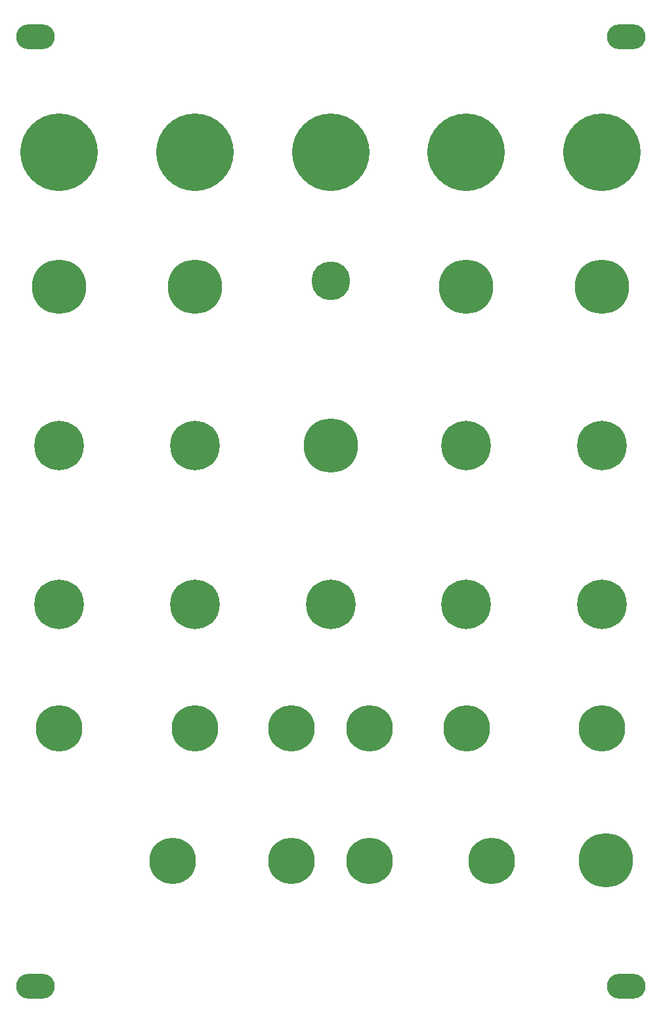
<source format=gbr>
%TF.GenerationSoftware,KiCad,Pcbnew,(6.0.8)*%
%TF.CreationDate,2022-10-20T14:54:25+01:00*%
%TF.ProjectId,Punck_Panel,50756e63-6b5f-4506-916e-656c2e6b6963,rev?*%
%TF.SameCoordinates,Original*%
%TF.FileFunction,Soldermask,Bot*%
%TF.FilePolarity,Negative*%
%FSLAX46Y46*%
G04 Gerber Fmt 4.6, Leading zero omitted, Abs format (unit mm)*
G04 Created by KiCad (PCBNEW (6.0.8)) date 2022-10-20 14:54:25*
%MOMM*%
%LPD*%
G01*
G04 APERTURE LIST*
%ADD10C,6.000000*%
%ADD11C,10.000000*%
%ADD12C,7.000000*%
%ADD13C,5.000000*%
%ADD14O,5.000000X3.200000*%
%ADD15C,6.400000*%
G04 APERTURE END LIST*
D10*
%TO.C,Ref\u002A\u002A*%
X133204665Y-132968800D03*
%TD*%
%TO.C,Ref\u002A\u002A*%
X80600000Y-133000000D03*
%TD*%
D11*
%TO.C,Ref\u002A\u002A*%
X133100000Y-58600000D03*
%TD*%
D12*
%TO.C,Ref\u002A\u002A*%
X133100000Y-76000000D03*
%TD*%
D10*
%TO.C,Ref\u002A\u002A*%
X110600000Y-133000000D03*
%TD*%
D13*
%TO.C,Ref\u002A\u002A*%
X115600000Y-75200000D03*
%TD*%
D14*
%TO.C,Ref\u002A\u002A*%
X77500000Y-43750000D03*
%TD*%
D15*
%TO.C,Ref\u002A\u002A*%
X80600000Y-117000000D03*
%TD*%
D12*
%TO.C,Ref\u002A\u002A*%
X98100000Y-76000000D03*
%TD*%
D15*
%TO.C,Ref\u002A\u002A*%
X133100000Y-96500000D03*
%TD*%
D10*
%TO.C,Ref\u002A\u002A*%
X120600000Y-150100000D03*
%TD*%
D15*
%TO.C,Ref\u002A\u002A*%
X98100000Y-117000000D03*
%TD*%
%TO.C,Ref\u002A\u002A*%
X133100000Y-117000000D03*
%TD*%
D11*
%TO.C,Ref\u002A\u002A*%
X80600000Y-58600000D03*
%TD*%
D10*
%TO.C,Ref\u002A\u002A*%
X136400000Y-150100000D03*
%TD*%
%TO.C,Ref\u002A\u002A*%
X98100000Y-133000000D03*
%TD*%
%TO.C,Ref\u002A\u002A*%
X110600000Y-150100000D03*
%TD*%
D15*
%TO.C,Ref\u002A\u002A*%
X115600000Y-117000000D03*
%TD*%
D12*
%TO.C,Ref\u002A\u002A*%
X150600000Y-76000000D03*
%TD*%
D14*
%TO.C,Ref\u002A\u002A*%
X77500000Y-166250000D03*
%TD*%
D10*
%TO.C,Ref\u002A\u002A*%
X95200000Y-150100000D03*
%TD*%
D12*
%TO.C,Ref\u002A\u002A*%
X115600000Y-96500000D03*
%TD*%
%TO.C,Ref\u002A\u002A*%
X151100000Y-150000000D03*
%TD*%
D15*
%TO.C,Ref\u002A\u002A*%
X80600000Y-96500000D03*
%TD*%
D10*
%TO.C,Ref\u002A\u002A*%
X120600000Y-133000000D03*
%TD*%
D11*
%TO.C,Ref\u002A\u002A*%
X115600000Y-58600000D03*
%TD*%
D15*
%TO.C,Ref\u002A\u002A*%
X150600000Y-96500000D03*
%TD*%
D14*
%TO.C,Ref\u002A\u002A*%
X153700000Y-166250000D03*
%TD*%
D11*
%TO.C,Ref\u002A\u002A*%
X150600000Y-58600000D03*
%TD*%
D10*
%TO.C,Ref\u002A\u002A*%
X150600000Y-133000000D03*
%TD*%
D15*
%TO.C,Ref\u002A\u002A*%
X98100000Y-96500000D03*
%TD*%
D11*
%TO.C,Ref\u002A\u002A*%
X98100000Y-58600000D03*
%TD*%
D12*
%TO.C,Ref\u002A\u002A*%
X80600000Y-76000000D03*
%TD*%
D15*
%TO.C,Ref\u002A\u002A*%
X150600000Y-117000000D03*
%TD*%
D14*
%TO.C,Ref\u002A\u002A*%
X153700000Y-43750000D03*
%TD*%
M02*

</source>
